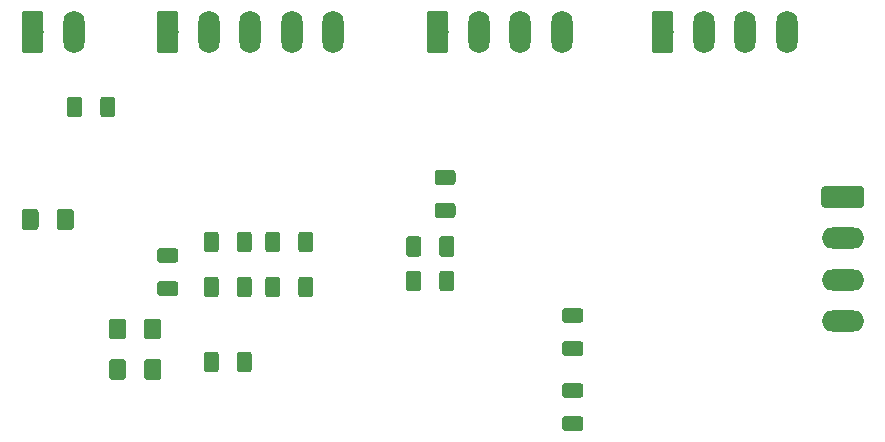
<source format=gbr>
G04 #@! TF.GenerationSoftware,KiCad,Pcbnew,5.1.4-e60b266~84~ubuntu18.04.1*
G04 #@! TF.CreationDate,2019-10-02T13:36:21-06:00*
G04 #@! TF.ProjectId,Star Tracker,53746172-2054-4726-9163-6b65722e6b69,rev?*
G04 #@! TF.SameCoordinates,Original*
G04 #@! TF.FileFunction,Soldermask,Bot*
G04 #@! TF.FilePolarity,Negative*
%FSLAX46Y46*%
G04 Gerber Fmt 4.6, Leading zero omitted, Abs format (unit mm)*
G04 Created by KiCad (PCBNEW 5.1.4-e60b266~84~ubuntu18.04.1) date 2019-10-02 13:36:21*
%MOMM*%
%LPD*%
G04 APERTURE LIST*
%ADD10C,0.100000*%
%ADD11C,1.250000*%
%ADD12C,1.800000*%
%ADD13O,1.800000X3.600000*%
%ADD14O,3.600000X1.800000*%
%ADD15C,1.425000*%
G04 APERTURE END LIST*
D10*
G36*
X143401504Y-77358204D02*
G01*
X143425773Y-77361804D01*
X143449571Y-77367765D01*
X143472671Y-77376030D01*
X143494849Y-77386520D01*
X143515893Y-77399133D01*
X143535598Y-77413747D01*
X143553777Y-77430223D01*
X143570253Y-77448402D01*
X143584867Y-77468107D01*
X143597480Y-77489151D01*
X143607970Y-77511329D01*
X143616235Y-77534429D01*
X143622196Y-77558227D01*
X143625796Y-77582496D01*
X143627000Y-77607000D01*
X143627000Y-78857000D01*
X143625796Y-78881504D01*
X143622196Y-78905773D01*
X143616235Y-78929571D01*
X143607970Y-78952671D01*
X143597480Y-78974849D01*
X143584867Y-78995893D01*
X143570253Y-79015598D01*
X143553777Y-79033777D01*
X143535598Y-79050253D01*
X143515893Y-79064867D01*
X143494849Y-79077480D01*
X143472671Y-79087970D01*
X143449571Y-79096235D01*
X143425773Y-79102196D01*
X143401504Y-79105796D01*
X143377000Y-79107000D01*
X142627000Y-79107000D01*
X142602496Y-79105796D01*
X142578227Y-79102196D01*
X142554429Y-79096235D01*
X142531329Y-79087970D01*
X142509151Y-79077480D01*
X142488107Y-79064867D01*
X142468402Y-79050253D01*
X142450223Y-79033777D01*
X142433747Y-79015598D01*
X142419133Y-78995893D01*
X142406520Y-78974849D01*
X142396030Y-78952671D01*
X142387765Y-78929571D01*
X142381804Y-78905773D01*
X142378204Y-78881504D01*
X142377000Y-78857000D01*
X142377000Y-77607000D01*
X142378204Y-77582496D01*
X142381804Y-77558227D01*
X142387765Y-77534429D01*
X142396030Y-77511329D01*
X142406520Y-77489151D01*
X142419133Y-77468107D01*
X142433747Y-77448402D01*
X142450223Y-77430223D01*
X142468402Y-77413747D01*
X142488107Y-77399133D01*
X142509151Y-77386520D01*
X142531329Y-77376030D01*
X142554429Y-77367765D01*
X142578227Y-77361804D01*
X142602496Y-77358204D01*
X142627000Y-77357000D01*
X143377000Y-77357000D01*
X143401504Y-77358204D01*
X143401504Y-77358204D01*
G37*
D11*
X143002000Y-78232000D03*
D10*
G36*
X140601504Y-77358204D02*
G01*
X140625773Y-77361804D01*
X140649571Y-77367765D01*
X140672671Y-77376030D01*
X140694849Y-77386520D01*
X140715893Y-77399133D01*
X140735598Y-77413747D01*
X140753777Y-77430223D01*
X140770253Y-77448402D01*
X140784867Y-77468107D01*
X140797480Y-77489151D01*
X140807970Y-77511329D01*
X140816235Y-77534429D01*
X140822196Y-77558227D01*
X140825796Y-77582496D01*
X140827000Y-77607000D01*
X140827000Y-78857000D01*
X140825796Y-78881504D01*
X140822196Y-78905773D01*
X140816235Y-78929571D01*
X140807970Y-78952671D01*
X140797480Y-78974849D01*
X140784867Y-78995893D01*
X140770253Y-79015598D01*
X140753777Y-79033777D01*
X140735598Y-79050253D01*
X140715893Y-79064867D01*
X140694849Y-79077480D01*
X140672671Y-79087970D01*
X140649571Y-79096235D01*
X140625773Y-79102196D01*
X140601504Y-79105796D01*
X140577000Y-79107000D01*
X139827000Y-79107000D01*
X139802496Y-79105796D01*
X139778227Y-79102196D01*
X139754429Y-79096235D01*
X139731329Y-79087970D01*
X139709151Y-79077480D01*
X139688107Y-79064867D01*
X139668402Y-79050253D01*
X139650223Y-79033777D01*
X139633747Y-79015598D01*
X139619133Y-78995893D01*
X139606520Y-78974849D01*
X139596030Y-78952671D01*
X139587765Y-78929571D01*
X139581804Y-78905773D01*
X139578204Y-78881504D01*
X139577000Y-78857000D01*
X139577000Y-77607000D01*
X139578204Y-77582496D01*
X139581804Y-77558227D01*
X139587765Y-77534429D01*
X139596030Y-77511329D01*
X139606520Y-77489151D01*
X139619133Y-77468107D01*
X139633747Y-77448402D01*
X139650223Y-77430223D01*
X139668402Y-77413747D01*
X139688107Y-77399133D01*
X139709151Y-77386520D01*
X139731329Y-77376030D01*
X139754429Y-77367765D01*
X139778227Y-77361804D01*
X139802496Y-77358204D01*
X139827000Y-77357000D01*
X140577000Y-77357000D01*
X140601504Y-77358204D01*
X140601504Y-77358204D01*
G37*
D11*
X140202000Y-78232000D03*
D10*
G36*
X128669504Y-77866204D02*
G01*
X128693773Y-77869804D01*
X128717571Y-77875765D01*
X128740671Y-77884030D01*
X128762849Y-77894520D01*
X128783893Y-77907133D01*
X128803598Y-77921747D01*
X128821777Y-77938223D01*
X128838253Y-77956402D01*
X128852867Y-77976107D01*
X128865480Y-77997151D01*
X128875970Y-78019329D01*
X128884235Y-78042429D01*
X128890196Y-78066227D01*
X128893796Y-78090496D01*
X128895000Y-78115000D01*
X128895000Y-79365000D01*
X128893796Y-79389504D01*
X128890196Y-79413773D01*
X128884235Y-79437571D01*
X128875970Y-79460671D01*
X128865480Y-79482849D01*
X128852867Y-79503893D01*
X128838253Y-79523598D01*
X128821777Y-79541777D01*
X128803598Y-79558253D01*
X128783893Y-79572867D01*
X128762849Y-79585480D01*
X128740671Y-79595970D01*
X128717571Y-79604235D01*
X128693773Y-79610196D01*
X128669504Y-79613796D01*
X128645000Y-79615000D01*
X127895000Y-79615000D01*
X127870496Y-79613796D01*
X127846227Y-79610196D01*
X127822429Y-79604235D01*
X127799329Y-79595970D01*
X127777151Y-79585480D01*
X127756107Y-79572867D01*
X127736402Y-79558253D01*
X127718223Y-79541777D01*
X127701747Y-79523598D01*
X127687133Y-79503893D01*
X127674520Y-79482849D01*
X127664030Y-79460671D01*
X127655765Y-79437571D01*
X127649804Y-79413773D01*
X127646204Y-79389504D01*
X127645000Y-79365000D01*
X127645000Y-78115000D01*
X127646204Y-78090496D01*
X127649804Y-78066227D01*
X127655765Y-78042429D01*
X127664030Y-78019329D01*
X127674520Y-77997151D01*
X127687133Y-77976107D01*
X127701747Y-77956402D01*
X127718223Y-77938223D01*
X127736402Y-77921747D01*
X127756107Y-77907133D01*
X127777151Y-77894520D01*
X127799329Y-77884030D01*
X127822429Y-77875765D01*
X127846227Y-77869804D01*
X127870496Y-77866204D01*
X127895000Y-77865000D01*
X128645000Y-77865000D01*
X128669504Y-77866204D01*
X128669504Y-77866204D01*
G37*
D11*
X128270000Y-78740000D03*
D10*
G36*
X131469504Y-77866204D02*
G01*
X131493773Y-77869804D01*
X131517571Y-77875765D01*
X131540671Y-77884030D01*
X131562849Y-77894520D01*
X131583893Y-77907133D01*
X131603598Y-77921747D01*
X131621777Y-77938223D01*
X131638253Y-77956402D01*
X131652867Y-77976107D01*
X131665480Y-77997151D01*
X131675970Y-78019329D01*
X131684235Y-78042429D01*
X131690196Y-78066227D01*
X131693796Y-78090496D01*
X131695000Y-78115000D01*
X131695000Y-79365000D01*
X131693796Y-79389504D01*
X131690196Y-79413773D01*
X131684235Y-79437571D01*
X131675970Y-79460671D01*
X131665480Y-79482849D01*
X131652867Y-79503893D01*
X131638253Y-79523598D01*
X131621777Y-79541777D01*
X131603598Y-79558253D01*
X131583893Y-79572867D01*
X131562849Y-79585480D01*
X131540671Y-79595970D01*
X131517571Y-79604235D01*
X131493773Y-79610196D01*
X131469504Y-79613796D01*
X131445000Y-79615000D01*
X130695000Y-79615000D01*
X130670496Y-79613796D01*
X130646227Y-79610196D01*
X130622429Y-79604235D01*
X130599329Y-79595970D01*
X130577151Y-79585480D01*
X130556107Y-79572867D01*
X130536402Y-79558253D01*
X130518223Y-79541777D01*
X130501747Y-79523598D01*
X130487133Y-79503893D01*
X130474520Y-79482849D01*
X130464030Y-79460671D01*
X130455765Y-79437571D01*
X130449804Y-79413773D01*
X130446204Y-79389504D01*
X130445000Y-79365000D01*
X130445000Y-78115000D01*
X130446204Y-78090496D01*
X130449804Y-78066227D01*
X130455765Y-78042429D01*
X130464030Y-78019329D01*
X130474520Y-77997151D01*
X130487133Y-77976107D01*
X130501747Y-77956402D01*
X130518223Y-77938223D01*
X130536402Y-77921747D01*
X130556107Y-77907133D01*
X130577151Y-77894520D01*
X130599329Y-77884030D01*
X130622429Y-77875765D01*
X130646227Y-77869804D01*
X130670496Y-77866204D01*
X130695000Y-77865000D01*
X131445000Y-77865000D01*
X131469504Y-77866204D01*
X131469504Y-77866204D01*
G37*
D11*
X131070000Y-78740000D03*
D10*
G36*
X123459504Y-77866204D02*
G01*
X123483773Y-77869804D01*
X123507571Y-77875765D01*
X123530671Y-77884030D01*
X123552849Y-77894520D01*
X123573893Y-77907133D01*
X123593598Y-77921747D01*
X123611777Y-77938223D01*
X123628253Y-77956402D01*
X123642867Y-77976107D01*
X123655480Y-77997151D01*
X123665970Y-78019329D01*
X123674235Y-78042429D01*
X123680196Y-78066227D01*
X123683796Y-78090496D01*
X123685000Y-78115000D01*
X123685000Y-79365000D01*
X123683796Y-79389504D01*
X123680196Y-79413773D01*
X123674235Y-79437571D01*
X123665970Y-79460671D01*
X123655480Y-79482849D01*
X123642867Y-79503893D01*
X123628253Y-79523598D01*
X123611777Y-79541777D01*
X123593598Y-79558253D01*
X123573893Y-79572867D01*
X123552849Y-79585480D01*
X123530671Y-79595970D01*
X123507571Y-79604235D01*
X123483773Y-79610196D01*
X123459504Y-79613796D01*
X123435000Y-79615000D01*
X122685000Y-79615000D01*
X122660496Y-79613796D01*
X122636227Y-79610196D01*
X122612429Y-79604235D01*
X122589329Y-79595970D01*
X122567151Y-79585480D01*
X122546107Y-79572867D01*
X122526402Y-79558253D01*
X122508223Y-79541777D01*
X122491747Y-79523598D01*
X122477133Y-79503893D01*
X122464520Y-79482849D01*
X122454030Y-79460671D01*
X122445765Y-79437571D01*
X122439804Y-79413773D01*
X122436204Y-79389504D01*
X122435000Y-79365000D01*
X122435000Y-78115000D01*
X122436204Y-78090496D01*
X122439804Y-78066227D01*
X122445765Y-78042429D01*
X122454030Y-78019329D01*
X122464520Y-77997151D01*
X122477133Y-77976107D01*
X122491747Y-77956402D01*
X122508223Y-77938223D01*
X122526402Y-77921747D01*
X122546107Y-77907133D01*
X122567151Y-77894520D01*
X122589329Y-77884030D01*
X122612429Y-77875765D01*
X122636227Y-77869804D01*
X122660496Y-77866204D01*
X122685000Y-77865000D01*
X123435000Y-77865000D01*
X123459504Y-77866204D01*
X123459504Y-77866204D01*
G37*
D11*
X123060000Y-78740000D03*
D10*
G36*
X126259504Y-77866204D02*
G01*
X126283773Y-77869804D01*
X126307571Y-77875765D01*
X126330671Y-77884030D01*
X126352849Y-77894520D01*
X126373893Y-77907133D01*
X126393598Y-77921747D01*
X126411777Y-77938223D01*
X126428253Y-77956402D01*
X126442867Y-77976107D01*
X126455480Y-77997151D01*
X126465970Y-78019329D01*
X126474235Y-78042429D01*
X126480196Y-78066227D01*
X126483796Y-78090496D01*
X126485000Y-78115000D01*
X126485000Y-79365000D01*
X126483796Y-79389504D01*
X126480196Y-79413773D01*
X126474235Y-79437571D01*
X126465970Y-79460671D01*
X126455480Y-79482849D01*
X126442867Y-79503893D01*
X126428253Y-79523598D01*
X126411777Y-79541777D01*
X126393598Y-79558253D01*
X126373893Y-79572867D01*
X126352849Y-79585480D01*
X126330671Y-79595970D01*
X126307571Y-79604235D01*
X126283773Y-79610196D01*
X126259504Y-79613796D01*
X126235000Y-79615000D01*
X125485000Y-79615000D01*
X125460496Y-79613796D01*
X125436227Y-79610196D01*
X125412429Y-79604235D01*
X125389329Y-79595970D01*
X125367151Y-79585480D01*
X125346107Y-79572867D01*
X125326402Y-79558253D01*
X125308223Y-79541777D01*
X125291747Y-79523598D01*
X125277133Y-79503893D01*
X125264520Y-79482849D01*
X125254030Y-79460671D01*
X125245765Y-79437571D01*
X125239804Y-79413773D01*
X125236204Y-79389504D01*
X125235000Y-79365000D01*
X125235000Y-78115000D01*
X125236204Y-78090496D01*
X125239804Y-78066227D01*
X125245765Y-78042429D01*
X125254030Y-78019329D01*
X125264520Y-77997151D01*
X125277133Y-77976107D01*
X125291747Y-77956402D01*
X125308223Y-77938223D01*
X125326402Y-77921747D01*
X125346107Y-77907133D01*
X125367151Y-77894520D01*
X125389329Y-77884030D01*
X125412429Y-77875765D01*
X125436227Y-77869804D01*
X125460496Y-77866204D01*
X125485000Y-77865000D01*
X126235000Y-77865000D01*
X126259504Y-77866204D01*
X126259504Y-77866204D01*
G37*
D11*
X125860000Y-78740000D03*
D10*
G36*
X123459504Y-84216204D02*
G01*
X123483773Y-84219804D01*
X123507571Y-84225765D01*
X123530671Y-84234030D01*
X123552849Y-84244520D01*
X123573893Y-84257133D01*
X123593598Y-84271747D01*
X123611777Y-84288223D01*
X123628253Y-84306402D01*
X123642867Y-84326107D01*
X123655480Y-84347151D01*
X123665970Y-84369329D01*
X123674235Y-84392429D01*
X123680196Y-84416227D01*
X123683796Y-84440496D01*
X123685000Y-84465000D01*
X123685000Y-85715000D01*
X123683796Y-85739504D01*
X123680196Y-85763773D01*
X123674235Y-85787571D01*
X123665970Y-85810671D01*
X123655480Y-85832849D01*
X123642867Y-85853893D01*
X123628253Y-85873598D01*
X123611777Y-85891777D01*
X123593598Y-85908253D01*
X123573893Y-85922867D01*
X123552849Y-85935480D01*
X123530671Y-85945970D01*
X123507571Y-85954235D01*
X123483773Y-85960196D01*
X123459504Y-85963796D01*
X123435000Y-85965000D01*
X122685000Y-85965000D01*
X122660496Y-85963796D01*
X122636227Y-85960196D01*
X122612429Y-85954235D01*
X122589329Y-85945970D01*
X122567151Y-85935480D01*
X122546107Y-85922867D01*
X122526402Y-85908253D01*
X122508223Y-85891777D01*
X122491747Y-85873598D01*
X122477133Y-85853893D01*
X122464520Y-85832849D01*
X122454030Y-85810671D01*
X122445765Y-85787571D01*
X122439804Y-85763773D01*
X122436204Y-85739504D01*
X122435000Y-85715000D01*
X122435000Y-84465000D01*
X122436204Y-84440496D01*
X122439804Y-84416227D01*
X122445765Y-84392429D01*
X122454030Y-84369329D01*
X122464520Y-84347151D01*
X122477133Y-84326107D01*
X122491747Y-84306402D01*
X122508223Y-84288223D01*
X122526402Y-84271747D01*
X122546107Y-84257133D01*
X122567151Y-84244520D01*
X122589329Y-84234030D01*
X122612429Y-84225765D01*
X122636227Y-84219804D01*
X122660496Y-84216204D01*
X122685000Y-84215000D01*
X123435000Y-84215000D01*
X123459504Y-84216204D01*
X123459504Y-84216204D01*
G37*
D11*
X123060000Y-85090000D03*
D10*
G36*
X126259504Y-84216204D02*
G01*
X126283773Y-84219804D01*
X126307571Y-84225765D01*
X126330671Y-84234030D01*
X126352849Y-84244520D01*
X126373893Y-84257133D01*
X126393598Y-84271747D01*
X126411777Y-84288223D01*
X126428253Y-84306402D01*
X126442867Y-84326107D01*
X126455480Y-84347151D01*
X126465970Y-84369329D01*
X126474235Y-84392429D01*
X126480196Y-84416227D01*
X126483796Y-84440496D01*
X126485000Y-84465000D01*
X126485000Y-85715000D01*
X126483796Y-85739504D01*
X126480196Y-85763773D01*
X126474235Y-85787571D01*
X126465970Y-85810671D01*
X126455480Y-85832849D01*
X126442867Y-85853893D01*
X126428253Y-85873598D01*
X126411777Y-85891777D01*
X126393598Y-85908253D01*
X126373893Y-85922867D01*
X126352849Y-85935480D01*
X126330671Y-85945970D01*
X126307571Y-85954235D01*
X126283773Y-85960196D01*
X126259504Y-85963796D01*
X126235000Y-85965000D01*
X125485000Y-85965000D01*
X125460496Y-85963796D01*
X125436227Y-85960196D01*
X125412429Y-85954235D01*
X125389329Y-85945970D01*
X125367151Y-85935480D01*
X125346107Y-85922867D01*
X125326402Y-85908253D01*
X125308223Y-85891777D01*
X125291747Y-85873598D01*
X125277133Y-85853893D01*
X125264520Y-85832849D01*
X125254030Y-85810671D01*
X125245765Y-85787571D01*
X125239804Y-85763773D01*
X125236204Y-85739504D01*
X125235000Y-85715000D01*
X125235000Y-84465000D01*
X125236204Y-84440496D01*
X125239804Y-84416227D01*
X125245765Y-84392429D01*
X125254030Y-84369329D01*
X125264520Y-84347151D01*
X125277133Y-84326107D01*
X125291747Y-84306402D01*
X125308223Y-84288223D01*
X125326402Y-84271747D01*
X125346107Y-84257133D01*
X125367151Y-84244520D01*
X125389329Y-84234030D01*
X125412429Y-84225765D01*
X125436227Y-84219804D01*
X125460496Y-84216204D01*
X125485000Y-84215000D01*
X126235000Y-84215000D01*
X126259504Y-84216204D01*
X126259504Y-84216204D01*
G37*
D11*
X125860000Y-85090000D03*
D10*
G36*
X123459504Y-74056204D02*
G01*
X123483773Y-74059804D01*
X123507571Y-74065765D01*
X123530671Y-74074030D01*
X123552849Y-74084520D01*
X123573893Y-74097133D01*
X123593598Y-74111747D01*
X123611777Y-74128223D01*
X123628253Y-74146402D01*
X123642867Y-74166107D01*
X123655480Y-74187151D01*
X123665970Y-74209329D01*
X123674235Y-74232429D01*
X123680196Y-74256227D01*
X123683796Y-74280496D01*
X123685000Y-74305000D01*
X123685000Y-75555000D01*
X123683796Y-75579504D01*
X123680196Y-75603773D01*
X123674235Y-75627571D01*
X123665970Y-75650671D01*
X123655480Y-75672849D01*
X123642867Y-75693893D01*
X123628253Y-75713598D01*
X123611777Y-75731777D01*
X123593598Y-75748253D01*
X123573893Y-75762867D01*
X123552849Y-75775480D01*
X123530671Y-75785970D01*
X123507571Y-75794235D01*
X123483773Y-75800196D01*
X123459504Y-75803796D01*
X123435000Y-75805000D01*
X122685000Y-75805000D01*
X122660496Y-75803796D01*
X122636227Y-75800196D01*
X122612429Y-75794235D01*
X122589329Y-75785970D01*
X122567151Y-75775480D01*
X122546107Y-75762867D01*
X122526402Y-75748253D01*
X122508223Y-75731777D01*
X122491747Y-75713598D01*
X122477133Y-75693893D01*
X122464520Y-75672849D01*
X122454030Y-75650671D01*
X122445765Y-75627571D01*
X122439804Y-75603773D01*
X122436204Y-75579504D01*
X122435000Y-75555000D01*
X122435000Y-74305000D01*
X122436204Y-74280496D01*
X122439804Y-74256227D01*
X122445765Y-74232429D01*
X122454030Y-74209329D01*
X122464520Y-74187151D01*
X122477133Y-74166107D01*
X122491747Y-74146402D01*
X122508223Y-74128223D01*
X122526402Y-74111747D01*
X122546107Y-74097133D01*
X122567151Y-74084520D01*
X122589329Y-74074030D01*
X122612429Y-74065765D01*
X122636227Y-74059804D01*
X122660496Y-74056204D01*
X122685000Y-74055000D01*
X123435000Y-74055000D01*
X123459504Y-74056204D01*
X123459504Y-74056204D01*
G37*
D11*
X123060000Y-74930000D03*
D10*
G36*
X126259504Y-74056204D02*
G01*
X126283773Y-74059804D01*
X126307571Y-74065765D01*
X126330671Y-74074030D01*
X126352849Y-74084520D01*
X126373893Y-74097133D01*
X126393598Y-74111747D01*
X126411777Y-74128223D01*
X126428253Y-74146402D01*
X126442867Y-74166107D01*
X126455480Y-74187151D01*
X126465970Y-74209329D01*
X126474235Y-74232429D01*
X126480196Y-74256227D01*
X126483796Y-74280496D01*
X126485000Y-74305000D01*
X126485000Y-75555000D01*
X126483796Y-75579504D01*
X126480196Y-75603773D01*
X126474235Y-75627571D01*
X126465970Y-75650671D01*
X126455480Y-75672849D01*
X126442867Y-75693893D01*
X126428253Y-75713598D01*
X126411777Y-75731777D01*
X126393598Y-75748253D01*
X126373893Y-75762867D01*
X126352849Y-75775480D01*
X126330671Y-75785970D01*
X126307571Y-75794235D01*
X126283773Y-75800196D01*
X126259504Y-75803796D01*
X126235000Y-75805000D01*
X125485000Y-75805000D01*
X125460496Y-75803796D01*
X125436227Y-75800196D01*
X125412429Y-75794235D01*
X125389329Y-75785970D01*
X125367151Y-75775480D01*
X125346107Y-75762867D01*
X125326402Y-75748253D01*
X125308223Y-75731777D01*
X125291747Y-75713598D01*
X125277133Y-75693893D01*
X125264520Y-75672849D01*
X125254030Y-75650671D01*
X125245765Y-75627571D01*
X125239804Y-75603773D01*
X125236204Y-75579504D01*
X125235000Y-75555000D01*
X125235000Y-74305000D01*
X125236204Y-74280496D01*
X125239804Y-74256227D01*
X125245765Y-74232429D01*
X125254030Y-74209329D01*
X125264520Y-74187151D01*
X125277133Y-74166107D01*
X125291747Y-74146402D01*
X125308223Y-74128223D01*
X125326402Y-74111747D01*
X125346107Y-74097133D01*
X125367151Y-74084520D01*
X125389329Y-74074030D01*
X125412429Y-74065765D01*
X125436227Y-74059804D01*
X125460496Y-74056204D01*
X125485000Y-74055000D01*
X126235000Y-74055000D01*
X126259504Y-74056204D01*
X126259504Y-74056204D01*
G37*
D11*
X125860000Y-74930000D03*
D10*
G36*
X128669504Y-74056204D02*
G01*
X128693773Y-74059804D01*
X128717571Y-74065765D01*
X128740671Y-74074030D01*
X128762849Y-74084520D01*
X128783893Y-74097133D01*
X128803598Y-74111747D01*
X128821777Y-74128223D01*
X128838253Y-74146402D01*
X128852867Y-74166107D01*
X128865480Y-74187151D01*
X128875970Y-74209329D01*
X128884235Y-74232429D01*
X128890196Y-74256227D01*
X128893796Y-74280496D01*
X128895000Y-74305000D01*
X128895000Y-75555000D01*
X128893796Y-75579504D01*
X128890196Y-75603773D01*
X128884235Y-75627571D01*
X128875970Y-75650671D01*
X128865480Y-75672849D01*
X128852867Y-75693893D01*
X128838253Y-75713598D01*
X128821777Y-75731777D01*
X128803598Y-75748253D01*
X128783893Y-75762867D01*
X128762849Y-75775480D01*
X128740671Y-75785970D01*
X128717571Y-75794235D01*
X128693773Y-75800196D01*
X128669504Y-75803796D01*
X128645000Y-75805000D01*
X127895000Y-75805000D01*
X127870496Y-75803796D01*
X127846227Y-75800196D01*
X127822429Y-75794235D01*
X127799329Y-75785970D01*
X127777151Y-75775480D01*
X127756107Y-75762867D01*
X127736402Y-75748253D01*
X127718223Y-75731777D01*
X127701747Y-75713598D01*
X127687133Y-75693893D01*
X127674520Y-75672849D01*
X127664030Y-75650671D01*
X127655765Y-75627571D01*
X127649804Y-75603773D01*
X127646204Y-75579504D01*
X127645000Y-75555000D01*
X127645000Y-74305000D01*
X127646204Y-74280496D01*
X127649804Y-74256227D01*
X127655765Y-74232429D01*
X127664030Y-74209329D01*
X127674520Y-74187151D01*
X127687133Y-74166107D01*
X127701747Y-74146402D01*
X127718223Y-74128223D01*
X127736402Y-74111747D01*
X127756107Y-74097133D01*
X127777151Y-74084520D01*
X127799329Y-74074030D01*
X127822429Y-74065765D01*
X127846227Y-74059804D01*
X127870496Y-74056204D01*
X127895000Y-74055000D01*
X128645000Y-74055000D01*
X128669504Y-74056204D01*
X128669504Y-74056204D01*
G37*
D11*
X128270000Y-74930000D03*
D10*
G36*
X131469504Y-74056204D02*
G01*
X131493773Y-74059804D01*
X131517571Y-74065765D01*
X131540671Y-74074030D01*
X131562849Y-74084520D01*
X131583893Y-74097133D01*
X131603598Y-74111747D01*
X131621777Y-74128223D01*
X131638253Y-74146402D01*
X131652867Y-74166107D01*
X131665480Y-74187151D01*
X131675970Y-74209329D01*
X131684235Y-74232429D01*
X131690196Y-74256227D01*
X131693796Y-74280496D01*
X131695000Y-74305000D01*
X131695000Y-75555000D01*
X131693796Y-75579504D01*
X131690196Y-75603773D01*
X131684235Y-75627571D01*
X131675970Y-75650671D01*
X131665480Y-75672849D01*
X131652867Y-75693893D01*
X131638253Y-75713598D01*
X131621777Y-75731777D01*
X131603598Y-75748253D01*
X131583893Y-75762867D01*
X131562849Y-75775480D01*
X131540671Y-75785970D01*
X131517571Y-75794235D01*
X131493773Y-75800196D01*
X131469504Y-75803796D01*
X131445000Y-75805000D01*
X130695000Y-75805000D01*
X130670496Y-75803796D01*
X130646227Y-75800196D01*
X130622429Y-75794235D01*
X130599329Y-75785970D01*
X130577151Y-75775480D01*
X130556107Y-75762867D01*
X130536402Y-75748253D01*
X130518223Y-75731777D01*
X130501747Y-75713598D01*
X130487133Y-75693893D01*
X130474520Y-75672849D01*
X130464030Y-75650671D01*
X130455765Y-75627571D01*
X130449804Y-75603773D01*
X130446204Y-75579504D01*
X130445000Y-75555000D01*
X130445000Y-74305000D01*
X130446204Y-74280496D01*
X130449804Y-74256227D01*
X130455765Y-74232429D01*
X130464030Y-74209329D01*
X130474520Y-74187151D01*
X130487133Y-74166107D01*
X130501747Y-74146402D01*
X130518223Y-74128223D01*
X130536402Y-74111747D01*
X130556107Y-74097133D01*
X130577151Y-74084520D01*
X130599329Y-74074030D01*
X130622429Y-74065765D01*
X130646227Y-74059804D01*
X130670496Y-74056204D01*
X130695000Y-74055000D01*
X131445000Y-74055000D01*
X131469504Y-74056204D01*
X131469504Y-74056204D01*
G37*
D11*
X131070000Y-74930000D03*
D10*
G36*
X143524504Y-68842204D02*
G01*
X143548773Y-68845804D01*
X143572571Y-68851765D01*
X143595671Y-68860030D01*
X143617849Y-68870520D01*
X143638893Y-68883133D01*
X143658598Y-68897747D01*
X143676777Y-68914223D01*
X143693253Y-68932402D01*
X143707867Y-68952107D01*
X143720480Y-68973151D01*
X143730970Y-68995329D01*
X143739235Y-69018429D01*
X143745196Y-69042227D01*
X143748796Y-69066496D01*
X143750000Y-69091000D01*
X143750000Y-69841000D01*
X143748796Y-69865504D01*
X143745196Y-69889773D01*
X143739235Y-69913571D01*
X143730970Y-69936671D01*
X143720480Y-69958849D01*
X143707867Y-69979893D01*
X143693253Y-69999598D01*
X143676777Y-70017777D01*
X143658598Y-70034253D01*
X143638893Y-70048867D01*
X143617849Y-70061480D01*
X143595671Y-70071970D01*
X143572571Y-70080235D01*
X143548773Y-70086196D01*
X143524504Y-70089796D01*
X143500000Y-70091000D01*
X142250000Y-70091000D01*
X142225496Y-70089796D01*
X142201227Y-70086196D01*
X142177429Y-70080235D01*
X142154329Y-70071970D01*
X142132151Y-70061480D01*
X142111107Y-70048867D01*
X142091402Y-70034253D01*
X142073223Y-70017777D01*
X142056747Y-69999598D01*
X142042133Y-69979893D01*
X142029520Y-69958849D01*
X142019030Y-69936671D01*
X142010765Y-69913571D01*
X142004804Y-69889773D01*
X142001204Y-69865504D01*
X142000000Y-69841000D01*
X142000000Y-69091000D01*
X142001204Y-69066496D01*
X142004804Y-69042227D01*
X142010765Y-69018429D01*
X142019030Y-68995329D01*
X142029520Y-68973151D01*
X142042133Y-68952107D01*
X142056747Y-68932402D01*
X142073223Y-68914223D01*
X142091402Y-68897747D01*
X142111107Y-68883133D01*
X142132151Y-68870520D01*
X142154329Y-68860030D01*
X142177429Y-68851765D01*
X142201227Y-68845804D01*
X142225496Y-68842204D01*
X142250000Y-68841000D01*
X143500000Y-68841000D01*
X143524504Y-68842204D01*
X143524504Y-68842204D01*
G37*
D11*
X142875000Y-69466000D03*
D10*
G36*
X143524504Y-71642204D02*
G01*
X143548773Y-71645804D01*
X143572571Y-71651765D01*
X143595671Y-71660030D01*
X143617849Y-71670520D01*
X143638893Y-71683133D01*
X143658598Y-71697747D01*
X143676777Y-71714223D01*
X143693253Y-71732402D01*
X143707867Y-71752107D01*
X143720480Y-71773151D01*
X143730970Y-71795329D01*
X143739235Y-71818429D01*
X143745196Y-71842227D01*
X143748796Y-71866496D01*
X143750000Y-71891000D01*
X143750000Y-72641000D01*
X143748796Y-72665504D01*
X143745196Y-72689773D01*
X143739235Y-72713571D01*
X143730970Y-72736671D01*
X143720480Y-72758849D01*
X143707867Y-72779893D01*
X143693253Y-72799598D01*
X143676777Y-72817777D01*
X143658598Y-72834253D01*
X143638893Y-72848867D01*
X143617849Y-72861480D01*
X143595671Y-72871970D01*
X143572571Y-72880235D01*
X143548773Y-72886196D01*
X143524504Y-72889796D01*
X143500000Y-72891000D01*
X142250000Y-72891000D01*
X142225496Y-72889796D01*
X142201227Y-72886196D01*
X142177429Y-72880235D01*
X142154329Y-72871970D01*
X142132151Y-72861480D01*
X142111107Y-72848867D01*
X142091402Y-72834253D01*
X142073223Y-72817777D01*
X142056747Y-72799598D01*
X142042133Y-72779893D01*
X142029520Y-72758849D01*
X142019030Y-72736671D01*
X142010765Y-72713571D01*
X142004804Y-72689773D01*
X142001204Y-72665504D01*
X142000000Y-72641000D01*
X142000000Y-71891000D01*
X142001204Y-71866496D01*
X142004804Y-71842227D01*
X142010765Y-71818429D01*
X142019030Y-71795329D01*
X142029520Y-71773151D01*
X142042133Y-71752107D01*
X142056747Y-71732402D01*
X142073223Y-71714223D01*
X142091402Y-71697747D01*
X142111107Y-71683133D01*
X142132151Y-71670520D01*
X142154329Y-71660030D01*
X142177429Y-71651765D01*
X142201227Y-71645804D01*
X142225496Y-71642204D01*
X142250000Y-71641000D01*
X143500000Y-71641000D01*
X143524504Y-71642204D01*
X143524504Y-71642204D01*
G37*
D11*
X142875000Y-72266000D03*
D10*
G36*
X154319504Y-83326204D02*
G01*
X154343773Y-83329804D01*
X154367571Y-83335765D01*
X154390671Y-83344030D01*
X154412849Y-83354520D01*
X154433893Y-83367133D01*
X154453598Y-83381747D01*
X154471777Y-83398223D01*
X154488253Y-83416402D01*
X154502867Y-83436107D01*
X154515480Y-83457151D01*
X154525970Y-83479329D01*
X154534235Y-83502429D01*
X154540196Y-83526227D01*
X154543796Y-83550496D01*
X154545000Y-83575000D01*
X154545000Y-84325000D01*
X154543796Y-84349504D01*
X154540196Y-84373773D01*
X154534235Y-84397571D01*
X154525970Y-84420671D01*
X154515480Y-84442849D01*
X154502867Y-84463893D01*
X154488253Y-84483598D01*
X154471777Y-84501777D01*
X154453598Y-84518253D01*
X154433893Y-84532867D01*
X154412849Y-84545480D01*
X154390671Y-84555970D01*
X154367571Y-84564235D01*
X154343773Y-84570196D01*
X154319504Y-84573796D01*
X154295000Y-84575000D01*
X153045000Y-84575000D01*
X153020496Y-84573796D01*
X152996227Y-84570196D01*
X152972429Y-84564235D01*
X152949329Y-84555970D01*
X152927151Y-84545480D01*
X152906107Y-84532867D01*
X152886402Y-84518253D01*
X152868223Y-84501777D01*
X152851747Y-84483598D01*
X152837133Y-84463893D01*
X152824520Y-84442849D01*
X152814030Y-84420671D01*
X152805765Y-84397571D01*
X152799804Y-84373773D01*
X152796204Y-84349504D01*
X152795000Y-84325000D01*
X152795000Y-83575000D01*
X152796204Y-83550496D01*
X152799804Y-83526227D01*
X152805765Y-83502429D01*
X152814030Y-83479329D01*
X152824520Y-83457151D01*
X152837133Y-83436107D01*
X152851747Y-83416402D01*
X152868223Y-83398223D01*
X152886402Y-83381747D01*
X152906107Y-83367133D01*
X152927151Y-83354520D01*
X152949329Y-83344030D01*
X152972429Y-83335765D01*
X152996227Y-83329804D01*
X153020496Y-83326204D01*
X153045000Y-83325000D01*
X154295000Y-83325000D01*
X154319504Y-83326204D01*
X154319504Y-83326204D01*
G37*
D11*
X153670000Y-83950000D03*
D10*
G36*
X154319504Y-80526204D02*
G01*
X154343773Y-80529804D01*
X154367571Y-80535765D01*
X154390671Y-80544030D01*
X154412849Y-80554520D01*
X154433893Y-80567133D01*
X154453598Y-80581747D01*
X154471777Y-80598223D01*
X154488253Y-80616402D01*
X154502867Y-80636107D01*
X154515480Y-80657151D01*
X154525970Y-80679329D01*
X154534235Y-80702429D01*
X154540196Y-80726227D01*
X154543796Y-80750496D01*
X154545000Y-80775000D01*
X154545000Y-81525000D01*
X154543796Y-81549504D01*
X154540196Y-81573773D01*
X154534235Y-81597571D01*
X154525970Y-81620671D01*
X154515480Y-81642849D01*
X154502867Y-81663893D01*
X154488253Y-81683598D01*
X154471777Y-81701777D01*
X154453598Y-81718253D01*
X154433893Y-81732867D01*
X154412849Y-81745480D01*
X154390671Y-81755970D01*
X154367571Y-81764235D01*
X154343773Y-81770196D01*
X154319504Y-81773796D01*
X154295000Y-81775000D01*
X153045000Y-81775000D01*
X153020496Y-81773796D01*
X152996227Y-81770196D01*
X152972429Y-81764235D01*
X152949329Y-81755970D01*
X152927151Y-81745480D01*
X152906107Y-81732867D01*
X152886402Y-81718253D01*
X152868223Y-81701777D01*
X152851747Y-81683598D01*
X152837133Y-81663893D01*
X152824520Y-81642849D01*
X152814030Y-81620671D01*
X152805765Y-81597571D01*
X152799804Y-81573773D01*
X152796204Y-81549504D01*
X152795000Y-81525000D01*
X152795000Y-80775000D01*
X152796204Y-80750496D01*
X152799804Y-80726227D01*
X152805765Y-80702429D01*
X152814030Y-80679329D01*
X152824520Y-80657151D01*
X152837133Y-80636107D01*
X152851747Y-80616402D01*
X152868223Y-80598223D01*
X152886402Y-80581747D01*
X152906107Y-80567133D01*
X152927151Y-80554520D01*
X152949329Y-80544030D01*
X152972429Y-80535765D01*
X152996227Y-80529804D01*
X153020496Y-80526204D01*
X153045000Y-80525000D01*
X154295000Y-80525000D01*
X154319504Y-80526204D01*
X154319504Y-80526204D01*
G37*
D11*
X153670000Y-81150000D03*
D10*
G36*
X154319504Y-89676204D02*
G01*
X154343773Y-89679804D01*
X154367571Y-89685765D01*
X154390671Y-89694030D01*
X154412849Y-89704520D01*
X154433893Y-89717133D01*
X154453598Y-89731747D01*
X154471777Y-89748223D01*
X154488253Y-89766402D01*
X154502867Y-89786107D01*
X154515480Y-89807151D01*
X154525970Y-89829329D01*
X154534235Y-89852429D01*
X154540196Y-89876227D01*
X154543796Y-89900496D01*
X154545000Y-89925000D01*
X154545000Y-90675000D01*
X154543796Y-90699504D01*
X154540196Y-90723773D01*
X154534235Y-90747571D01*
X154525970Y-90770671D01*
X154515480Y-90792849D01*
X154502867Y-90813893D01*
X154488253Y-90833598D01*
X154471777Y-90851777D01*
X154453598Y-90868253D01*
X154433893Y-90882867D01*
X154412849Y-90895480D01*
X154390671Y-90905970D01*
X154367571Y-90914235D01*
X154343773Y-90920196D01*
X154319504Y-90923796D01*
X154295000Y-90925000D01*
X153045000Y-90925000D01*
X153020496Y-90923796D01*
X152996227Y-90920196D01*
X152972429Y-90914235D01*
X152949329Y-90905970D01*
X152927151Y-90895480D01*
X152906107Y-90882867D01*
X152886402Y-90868253D01*
X152868223Y-90851777D01*
X152851747Y-90833598D01*
X152837133Y-90813893D01*
X152824520Y-90792849D01*
X152814030Y-90770671D01*
X152805765Y-90747571D01*
X152799804Y-90723773D01*
X152796204Y-90699504D01*
X152795000Y-90675000D01*
X152795000Y-89925000D01*
X152796204Y-89900496D01*
X152799804Y-89876227D01*
X152805765Y-89852429D01*
X152814030Y-89829329D01*
X152824520Y-89807151D01*
X152837133Y-89786107D01*
X152851747Y-89766402D01*
X152868223Y-89748223D01*
X152886402Y-89731747D01*
X152906107Y-89717133D01*
X152927151Y-89704520D01*
X152949329Y-89694030D01*
X152972429Y-89685765D01*
X152996227Y-89679804D01*
X153020496Y-89676204D01*
X153045000Y-89675000D01*
X154295000Y-89675000D01*
X154319504Y-89676204D01*
X154319504Y-89676204D01*
G37*
D11*
X153670000Y-90300000D03*
D10*
G36*
X154319504Y-86876204D02*
G01*
X154343773Y-86879804D01*
X154367571Y-86885765D01*
X154390671Y-86894030D01*
X154412849Y-86904520D01*
X154433893Y-86917133D01*
X154453598Y-86931747D01*
X154471777Y-86948223D01*
X154488253Y-86966402D01*
X154502867Y-86986107D01*
X154515480Y-87007151D01*
X154525970Y-87029329D01*
X154534235Y-87052429D01*
X154540196Y-87076227D01*
X154543796Y-87100496D01*
X154545000Y-87125000D01*
X154545000Y-87875000D01*
X154543796Y-87899504D01*
X154540196Y-87923773D01*
X154534235Y-87947571D01*
X154525970Y-87970671D01*
X154515480Y-87992849D01*
X154502867Y-88013893D01*
X154488253Y-88033598D01*
X154471777Y-88051777D01*
X154453598Y-88068253D01*
X154433893Y-88082867D01*
X154412849Y-88095480D01*
X154390671Y-88105970D01*
X154367571Y-88114235D01*
X154343773Y-88120196D01*
X154319504Y-88123796D01*
X154295000Y-88125000D01*
X153045000Y-88125000D01*
X153020496Y-88123796D01*
X152996227Y-88120196D01*
X152972429Y-88114235D01*
X152949329Y-88105970D01*
X152927151Y-88095480D01*
X152906107Y-88082867D01*
X152886402Y-88068253D01*
X152868223Y-88051777D01*
X152851747Y-88033598D01*
X152837133Y-88013893D01*
X152824520Y-87992849D01*
X152814030Y-87970671D01*
X152805765Y-87947571D01*
X152799804Y-87923773D01*
X152796204Y-87899504D01*
X152795000Y-87875000D01*
X152795000Y-87125000D01*
X152796204Y-87100496D01*
X152799804Y-87076227D01*
X152805765Y-87052429D01*
X152814030Y-87029329D01*
X152824520Y-87007151D01*
X152837133Y-86986107D01*
X152851747Y-86966402D01*
X152868223Y-86948223D01*
X152886402Y-86931747D01*
X152906107Y-86917133D01*
X152927151Y-86904520D01*
X152949329Y-86894030D01*
X152972429Y-86885765D01*
X152996227Y-86879804D01*
X153020496Y-86876204D01*
X153045000Y-86875000D01*
X154295000Y-86875000D01*
X154319504Y-86876204D01*
X154319504Y-86876204D01*
G37*
D11*
X153670000Y-87500000D03*
D10*
G36*
X120029504Y-78246204D02*
G01*
X120053773Y-78249804D01*
X120077571Y-78255765D01*
X120100671Y-78264030D01*
X120122849Y-78274520D01*
X120143893Y-78287133D01*
X120163598Y-78301747D01*
X120181777Y-78318223D01*
X120198253Y-78336402D01*
X120212867Y-78356107D01*
X120225480Y-78377151D01*
X120235970Y-78399329D01*
X120244235Y-78422429D01*
X120250196Y-78446227D01*
X120253796Y-78470496D01*
X120255000Y-78495000D01*
X120255000Y-79245000D01*
X120253796Y-79269504D01*
X120250196Y-79293773D01*
X120244235Y-79317571D01*
X120235970Y-79340671D01*
X120225480Y-79362849D01*
X120212867Y-79383893D01*
X120198253Y-79403598D01*
X120181777Y-79421777D01*
X120163598Y-79438253D01*
X120143893Y-79452867D01*
X120122849Y-79465480D01*
X120100671Y-79475970D01*
X120077571Y-79484235D01*
X120053773Y-79490196D01*
X120029504Y-79493796D01*
X120005000Y-79495000D01*
X118755000Y-79495000D01*
X118730496Y-79493796D01*
X118706227Y-79490196D01*
X118682429Y-79484235D01*
X118659329Y-79475970D01*
X118637151Y-79465480D01*
X118616107Y-79452867D01*
X118596402Y-79438253D01*
X118578223Y-79421777D01*
X118561747Y-79403598D01*
X118547133Y-79383893D01*
X118534520Y-79362849D01*
X118524030Y-79340671D01*
X118515765Y-79317571D01*
X118509804Y-79293773D01*
X118506204Y-79269504D01*
X118505000Y-79245000D01*
X118505000Y-78495000D01*
X118506204Y-78470496D01*
X118509804Y-78446227D01*
X118515765Y-78422429D01*
X118524030Y-78399329D01*
X118534520Y-78377151D01*
X118547133Y-78356107D01*
X118561747Y-78336402D01*
X118578223Y-78318223D01*
X118596402Y-78301747D01*
X118616107Y-78287133D01*
X118637151Y-78274520D01*
X118659329Y-78264030D01*
X118682429Y-78255765D01*
X118706227Y-78249804D01*
X118730496Y-78246204D01*
X118755000Y-78245000D01*
X120005000Y-78245000D01*
X120029504Y-78246204D01*
X120029504Y-78246204D01*
G37*
D11*
X119380000Y-78870000D03*
D10*
G36*
X120029504Y-75446204D02*
G01*
X120053773Y-75449804D01*
X120077571Y-75455765D01*
X120100671Y-75464030D01*
X120122849Y-75474520D01*
X120143893Y-75487133D01*
X120163598Y-75501747D01*
X120181777Y-75518223D01*
X120198253Y-75536402D01*
X120212867Y-75556107D01*
X120225480Y-75577151D01*
X120235970Y-75599329D01*
X120244235Y-75622429D01*
X120250196Y-75646227D01*
X120253796Y-75670496D01*
X120255000Y-75695000D01*
X120255000Y-76445000D01*
X120253796Y-76469504D01*
X120250196Y-76493773D01*
X120244235Y-76517571D01*
X120235970Y-76540671D01*
X120225480Y-76562849D01*
X120212867Y-76583893D01*
X120198253Y-76603598D01*
X120181777Y-76621777D01*
X120163598Y-76638253D01*
X120143893Y-76652867D01*
X120122849Y-76665480D01*
X120100671Y-76675970D01*
X120077571Y-76684235D01*
X120053773Y-76690196D01*
X120029504Y-76693796D01*
X120005000Y-76695000D01*
X118755000Y-76695000D01*
X118730496Y-76693796D01*
X118706227Y-76690196D01*
X118682429Y-76684235D01*
X118659329Y-76675970D01*
X118637151Y-76665480D01*
X118616107Y-76652867D01*
X118596402Y-76638253D01*
X118578223Y-76621777D01*
X118561747Y-76603598D01*
X118547133Y-76583893D01*
X118534520Y-76562849D01*
X118524030Y-76540671D01*
X118515765Y-76517571D01*
X118509804Y-76493773D01*
X118506204Y-76469504D01*
X118505000Y-76445000D01*
X118505000Y-75695000D01*
X118506204Y-75670496D01*
X118509804Y-75646227D01*
X118515765Y-75622429D01*
X118524030Y-75599329D01*
X118534520Y-75577151D01*
X118547133Y-75556107D01*
X118561747Y-75536402D01*
X118578223Y-75518223D01*
X118596402Y-75501747D01*
X118616107Y-75487133D01*
X118637151Y-75474520D01*
X118659329Y-75464030D01*
X118682429Y-75455765D01*
X118706227Y-75449804D01*
X118730496Y-75446204D01*
X118755000Y-75445000D01*
X120005000Y-75445000D01*
X120029504Y-75446204D01*
X120029504Y-75446204D01*
G37*
D11*
X119380000Y-76070000D03*
D10*
G36*
X140604504Y-74437204D02*
G01*
X140628773Y-74440804D01*
X140652571Y-74446765D01*
X140675671Y-74455030D01*
X140697849Y-74465520D01*
X140718893Y-74478133D01*
X140738598Y-74492747D01*
X140756777Y-74509223D01*
X140773253Y-74527402D01*
X140787867Y-74547107D01*
X140800480Y-74568151D01*
X140810970Y-74590329D01*
X140819235Y-74613429D01*
X140825196Y-74637227D01*
X140828796Y-74661496D01*
X140830000Y-74686000D01*
X140830000Y-75936000D01*
X140828796Y-75960504D01*
X140825196Y-75984773D01*
X140819235Y-76008571D01*
X140810970Y-76031671D01*
X140800480Y-76053849D01*
X140787867Y-76074893D01*
X140773253Y-76094598D01*
X140756777Y-76112777D01*
X140738598Y-76129253D01*
X140718893Y-76143867D01*
X140697849Y-76156480D01*
X140675671Y-76166970D01*
X140652571Y-76175235D01*
X140628773Y-76181196D01*
X140604504Y-76184796D01*
X140580000Y-76186000D01*
X139830000Y-76186000D01*
X139805496Y-76184796D01*
X139781227Y-76181196D01*
X139757429Y-76175235D01*
X139734329Y-76166970D01*
X139712151Y-76156480D01*
X139691107Y-76143867D01*
X139671402Y-76129253D01*
X139653223Y-76112777D01*
X139636747Y-76094598D01*
X139622133Y-76074893D01*
X139609520Y-76053849D01*
X139599030Y-76031671D01*
X139590765Y-76008571D01*
X139584804Y-75984773D01*
X139581204Y-75960504D01*
X139580000Y-75936000D01*
X139580000Y-74686000D01*
X139581204Y-74661496D01*
X139584804Y-74637227D01*
X139590765Y-74613429D01*
X139599030Y-74590329D01*
X139609520Y-74568151D01*
X139622133Y-74547107D01*
X139636747Y-74527402D01*
X139653223Y-74509223D01*
X139671402Y-74492747D01*
X139691107Y-74478133D01*
X139712151Y-74465520D01*
X139734329Y-74455030D01*
X139757429Y-74446765D01*
X139781227Y-74440804D01*
X139805496Y-74437204D01*
X139830000Y-74436000D01*
X140580000Y-74436000D01*
X140604504Y-74437204D01*
X140604504Y-74437204D01*
G37*
D11*
X140205000Y-75311000D03*
D10*
G36*
X143404504Y-74437204D02*
G01*
X143428773Y-74440804D01*
X143452571Y-74446765D01*
X143475671Y-74455030D01*
X143497849Y-74465520D01*
X143518893Y-74478133D01*
X143538598Y-74492747D01*
X143556777Y-74509223D01*
X143573253Y-74527402D01*
X143587867Y-74547107D01*
X143600480Y-74568151D01*
X143610970Y-74590329D01*
X143619235Y-74613429D01*
X143625196Y-74637227D01*
X143628796Y-74661496D01*
X143630000Y-74686000D01*
X143630000Y-75936000D01*
X143628796Y-75960504D01*
X143625196Y-75984773D01*
X143619235Y-76008571D01*
X143610970Y-76031671D01*
X143600480Y-76053849D01*
X143587867Y-76074893D01*
X143573253Y-76094598D01*
X143556777Y-76112777D01*
X143538598Y-76129253D01*
X143518893Y-76143867D01*
X143497849Y-76156480D01*
X143475671Y-76166970D01*
X143452571Y-76175235D01*
X143428773Y-76181196D01*
X143404504Y-76184796D01*
X143380000Y-76186000D01*
X142630000Y-76186000D01*
X142605496Y-76184796D01*
X142581227Y-76181196D01*
X142557429Y-76175235D01*
X142534329Y-76166970D01*
X142512151Y-76156480D01*
X142491107Y-76143867D01*
X142471402Y-76129253D01*
X142453223Y-76112777D01*
X142436747Y-76094598D01*
X142422133Y-76074893D01*
X142409520Y-76053849D01*
X142399030Y-76031671D01*
X142390765Y-76008571D01*
X142384804Y-75984773D01*
X142381204Y-75960504D01*
X142380000Y-75936000D01*
X142380000Y-74686000D01*
X142381204Y-74661496D01*
X142384804Y-74637227D01*
X142390765Y-74613429D01*
X142399030Y-74590329D01*
X142409520Y-74568151D01*
X142422133Y-74547107D01*
X142436747Y-74527402D01*
X142453223Y-74509223D01*
X142471402Y-74492747D01*
X142491107Y-74478133D01*
X142512151Y-74465520D01*
X142534329Y-74455030D01*
X142557429Y-74446765D01*
X142581227Y-74440804D01*
X142605496Y-74437204D01*
X142630000Y-74436000D01*
X143380000Y-74436000D01*
X143404504Y-74437204D01*
X143404504Y-74437204D01*
G37*
D11*
X143005000Y-75311000D03*
D10*
G36*
X111899504Y-62626204D02*
G01*
X111923773Y-62629804D01*
X111947571Y-62635765D01*
X111970671Y-62644030D01*
X111992849Y-62654520D01*
X112013893Y-62667133D01*
X112033598Y-62681747D01*
X112051777Y-62698223D01*
X112068253Y-62716402D01*
X112082867Y-62736107D01*
X112095480Y-62757151D01*
X112105970Y-62779329D01*
X112114235Y-62802429D01*
X112120196Y-62826227D01*
X112123796Y-62850496D01*
X112125000Y-62875000D01*
X112125000Y-64125000D01*
X112123796Y-64149504D01*
X112120196Y-64173773D01*
X112114235Y-64197571D01*
X112105970Y-64220671D01*
X112095480Y-64242849D01*
X112082867Y-64263893D01*
X112068253Y-64283598D01*
X112051777Y-64301777D01*
X112033598Y-64318253D01*
X112013893Y-64332867D01*
X111992849Y-64345480D01*
X111970671Y-64355970D01*
X111947571Y-64364235D01*
X111923773Y-64370196D01*
X111899504Y-64373796D01*
X111875000Y-64375000D01*
X111125000Y-64375000D01*
X111100496Y-64373796D01*
X111076227Y-64370196D01*
X111052429Y-64364235D01*
X111029329Y-64355970D01*
X111007151Y-64345480D01*
X110986107Y-64332867D01*
X110966402Y-64318253D01*
X110948223Y-64301777D01*
X110931747Y-64283598D01*
X110917133Y-64263893D01*
X110904520Y-64242849D01*
X110894030Y-64220671D01*
X110885765Y-64197571D01*
X110879804Y-64173773D01*
X110876204Y-64149504D01*
X110875000Y-64125000D01*
X110875000Y-62875000D01*
X110876204Y-62850496D01*
X110879804Y-62826227D01*
X110885765Y-62802429D01*
X110894030Y-62779329D01*
X110904520Y-62757151D01*
X110917133Y-62736107D01*
X110931747Y-62716402D01*
X110948223Y-62698223D01*
X110966402Y-62681747D01*
X110986107Y-62667133D01*
X111007151Y-62654520D01*
X111029329Y-62644030D01*
X111052429Y-62635765D01*
X111076227Y-62629804D01*
X111100496Y-62626204D01*
X111125000Y-62625000D01*
X111875000Y-62625000D01*
X111899504Y-62626204D01*
X111899504Y-62626204D01*
G37*
D11*
X111500000Y-63500000D03*
D10*
G36*
X114699504Y-62626204D02*
G01*
X114723773Y-62629804D01*
X114747571Y-62635765D01*
X114770671Y-62644030D01*
X114792849Y-62654520D01*
X114813893Y-62667133D01*
X114833598Y-62681747D01*
X114851777Y-62698223D01*
X114868253Y-62716402D01*
X114882867Y-62736107D01*
X114895480Y-62757151D01*
X114905970Y-62779329D01*
X114914235Y-62802429D01*
X114920196Y-62826227D01*
X114923796Y-62850496D01*
X114925000Y-62875000D01*
X114925000Y-64125000D01*
X114923796Y-64149504D01*
X114920196Y-64173773D01*
X114914235Y-64197571D01*
X114905970Y-64220671D01*
X114895480Y-64242849D01*
X114882867Y-64263893D01*
X114868253Y-64283598D01*
X114851777Y-64301777D01*
X114833598Y-64318253D01*
X114813893Y-64332867D01*
X114792849Y-64345480D01*
X114770671Y-64355970D01*
X114747571Y-64364235D01*
X114723773Y-64370196D01*
X114699504Y-64373796D01*
X114675000Y-64375000D01*
X113925000Y-64375000D01*
X113900496Y-64373796D01*
X113876227Y-64370196D01*
X113852429Y-64364235D01*
X113829329Y-64355970D01*
X113807151Y-64345480D01*
X113786107Y-64332867D01*
X113766402Y-64318253D01*
X113748223Y-64301777D01*
X113731747Y-64283598D01*
X113717133Y-64263893D01*
X113704520Y-64242849D01*
X113694030Y-64220671D01*
X113685765Y-64197571D01*
X113679804Y-64173773D01*
X113676204Y-64149504D01*
X113675000Y-64125000D01*
X113675000Y-62875000D01*
X113676204Y-62850496D01*
X113679804Y-62826227D01*
X113685765Y-62802429D01*
X113694030Y-62779329D01*
X113704520Y-62757151D01*
X113717133Y-62736107D01*
X113731747Y-62716402D01*
X113748223Y-62698223D01*
X113766402Y-62681747D01*
X113786107Y-62667133D01*
X113807151Y-62654520D01*
X113829329Y-62644030D01*
X113852429Y-62635765D01*
X113876227Y-62629804D01*
X113900496Y-62626204D01*
X113925000Y-62625000D01*
X114675000Y-62625000D01*
X114699504Y-62626204D01*
X114699504Y-62626204D01*
G37*
D11*
X114300000Y-63500000D03*
D10*
G36*
X108624504Y-55351204D02*
G01*
X108648773Y-55354804D01*
X108672571Y-55360765D01*
X108695671Y-55369030D01*
X108717849Y-55379520D01*
X108738893Y-55392133D01*
X108758598Y-55406747D01*
X108776777Y-55423223D01*
X108793253Y-55441402D01*
X108807867Y-55461107D01*
X108820480Y-55482151D01*
X108830970Y-55504329D01*
X108839235Y-55527429D01*
X108845196Y-55551227D01*
X108848796Y-55575496D01*
X108850000Y-55600000D01*
X108850000Y-58700000D01*
X108848796Y-58724504D01*
X108845196Y-58748773D01*
X108839235Y-58772571D01*
X108830970Y-58795671D01*
X108820480Y-58817849D01*
X108807867Y-58838893D01*
X108793253Y-58858598D01*
X108776777Y-58876777D01*
X108758598Y-58893253D01*
X108738893Y-58907867D01*
X108717849Y-58920480D01*
X108695671Y-58930970D01*
X108672571Y-58939235D01*
X108648773Y-58945196D01*
X108624504Y-58948796D01*
X108600000Y-58950000D01*
X107300000Y-58950000D01*
X107275496Y-58948796D01*
X107251227Y-58945196D01*
X107227429Y-58939235D01*
X107204329Y-58930970D01*
X107182151Y-58920480D01*
X107161107Y-58907867D01*
X107141402Y-58893253D01*
X107123223Y-58876777D01*
X107106747Y-58858598D01*
X107092133Y-58838893D01*
X107079520Y-58817849D01*
X107069030Y-58795671D01*
X107060765Y-58772571D01*
X107054804Y-58748773D01*
X107051204Y-58724504D01*
X107050000Y-58700000D01*
X107050000Y-55600000D01*
X107051204Y-55575496D01*
X107054804Y-55551227D01*
X107060765Y-55527429D01*
X107069030Y-55504329D01*
X107079520Y-55482151D01*
X107092133Y-55461107D01*
X107106747Y-55441402D01*
X107123223Y-55423223D01*
X107141402Y-55406747D01*
X107161107Y-55392133D01*
X107182151Y-55379520D01*
X107204329Y-55369030D01*
X107227429Y-55360765D01*
X107251227Y-55354804D01*
X107275496Y-55351204D01*
X107300000Y-55350000D01*
X108600000Y-55350000D01*
X108624504Y-55351204D01*
X108624504Y-55351204D01*
G37*
D12*
X107950000Y-57150000D03*
D13*
X111450000Y-57150000D03*
D10*
G36*
X178104504Y-70221204D02*
G01*
X178128773Y-70224804D01*
X178152571Y-70230765D01*
X178175671Y-70239030D01*
X178197849Y-70249520D01*
X178218893Y-70262133D01*
X178238598Y-70276747D01*
X178256777Y-70293223D01*
X178273253Y-70311402D01*
X178287867Y-70331107D01*
X178300480Y-70352151D01*
X178310970Y-70374329D01*
X178319235Y-70397429D01*
X178325196Y-70421227D01*
X178328796Y-70445496D01*
X178330000Y-70470000D01*
X178330000Y-71770000D01*
X178328796Y-71794504D01*
X178325196Y-71818773D01*
X178319235Y-71842571D01*
X178310970Y-71865671D01*
X178300480Y-71887849D01*
X178287867Y-71908893D01*
X178273253Y-71928598D01*
X178256777Y-71946777D01*
X178238598Y-71963253D01*
X178218893Y-71977867D01*
X178197849Y-71990480D01*
X178175671Y-72000970D01*
X178152571Y-72009235D01*
X178128773Y-72015196D01*
X178104504Y-72018796D01*
X178080000Y-72020000D01*
X174980000Y-72020000D01*
X174955496Y-72018796D01*
X174931227Y-72015196D01*
X174907429Y-72009235D01*
X174884329Y-72000970D01*
X174862151Y-71990480D01*
X174841107Y-71977867D01*
X174821402Y-71963253D01*
X174803223Y-71946777D01*
X174786747Y-71928598D01*
X174772133Y-71908893D01*
X174759520Y-71887849D01*
X174749030Y-71865671D01*
X174740765Y-71842571D01*
X174734804Y-71818773D01*
X174731204Y-71794504D01*
X174730000Y-71770000D01*
X174730000Y-70470000D01*
X174731204Y-70445496D01*
X174734804Y-70421227D01*
X174740765Y-70397429D01*
X174749030Y-70374329D01*
X174759520Y-70352151D01*
X174772133Y-70331107D01*
X174786747Y-70311402D01*
X174803223Y-70293223D01*
X174821402Y-70276747D01*
X174841107Y-70262133D01*
X174862151Y-70249520D01*
X174884329Y-70239030D01*
X174907429Y-70230765D01*
X174931227Y-70224804D01*
X174955496Y-70221204D01*
X174980000Y-70220000D01*
X178080000Y-70220000D01*
X178104504Y-70221204D01*
X178104504Y-70221204D01*
G37*
D12*
X176530000Y-71120000D03*
D14*
X176530000Y-74620000D03*
X176530000Y-78120000D03*
X176530000Y-81620000D03*
D10*
G36*
X120054504Y-55351204D02*
G01*
X120078773Y-55354804D01*
X120102571Y-55360765D01*
X120125671Y-55369030D01*
X120147849Y-55379520D01*
X120168893Y-55392133D01*
X120188598Y-55406747D01*
X120206777Y-55423223D01*
X120223253Y-55441402D01*
X120237867Y-55461107D01*
X120250480Y-55482151D01*
X120260970Y-55504329D01*
X120269235Y-55527429D01*
X120275196Y-55551227D01*
X120278796Y-55575496D01*
X120280000Y-55600000D01*
X120280000Y-58700000D01*
X120278796Y-58724504D01*
X120275196Y-58748773D01*
X120269235Y-58772571D01*
X120260970Y-58795671D01*
X120250480Y-58817849D01*
X120237867Y-58838893D01*
X120223253Y-58858598D01*
X120206777Y-58876777D01*
X120188598Y-58893253D01*
X120168893Y-58907867D01*
X120147849Y-58920480D01*
X120125671Y-58930970D01*
X120102571Y-58939235D01*
X120078773Y-58945196D01*
X120054504Y-58948796D01*
X120030000Y-58950000D01*
X118730000Y-58950000D01*
X118705496Y-58948796D01*
X118681227Y-58945196D01*
X118657429Y-58939235D01*
X118634329Y-58930970D01*
X118612151Y-58920480D01*
X118591107Y-58907867D01*
X118571402Y-58893253D01*
X118553223Y-58876777D01*
X118536747Y-58858598D01*
X118522133Y-58838893D01*
X118509520Y-58817849D01*
X118499030Y-58795671D01*
X118490765Y-58772571D01*
X118484804Y-58748773D01*
X118481204Y-58724504D01*
X118480000Y-58700000D01*
X118480000Y-55600000D01*
X118481204Y-55575496D01*
X118484804Y-55551227D01*
X118490765Y-55527429D01*
X118499030Y-55504329D01*
X118509520Y-55482151D01*
X118522133Y-55461107D01*
X118536747Y-55441402D01*
X118553223Y-55423223D01*
X118571402Y-55406747D01*
X118591107Y-55392133D01*
X118612151Y-55379520D01*
X118634329Y-55369030D01*
X118657429Y-55360765D01*
X118681227Y-55354804D01*
X118705496Y-55351204D01*
X118730000Y-55350000D01*
X120030000Y-55350000D01*
X120054504Y-55351204D01*
X120054504Y-55351204D01*
G37*
D12*
X119380000Y-57150000D03*
D13*
X122880000Y-57150000D03*
X126380000Y-57150000D03*
X129880000Y-57150000D03*
X133380000Y-57150000D03*
X152740000Y-57150000D03*
X149240000Y-57150000D03*
X145740000Y-57150000D03*
D10*
G36*
X142914504Y-55351204D02*
G01*
X142938773Y-55354804D01*
X142962571Y-55360765D01*
X142985671Y-55369030D01*
X143007849Y-55379520D01*
X143028893Y-55392133D01*
X143048598Y-55406747D01*
X143066777Y-55423223D01*
X143083253Y-55441402D01*
X143097867Y-55461107D01*
X143110480Y-55482151D01*
X143120970Y-55504329D01*
X143129235Y-55527429D01*
X143135196Y-55551227D01*
X143138796Y-55575496D01*
X143140000Y-55600000D01*
X143140000Y-58700000D01*
X143138796Y-58724504D01*
X143135196Y-58748773D01*
X143129235Y-58772571D01*
X143120970Y-58795671D01*
X143110480Y-58817849D01*
X143097867Y-58838893D01*
X143083253Y-58858598D01*
X143066777Y-58876777D01*
X143048598Y-58893253D01*
X143028893Y-58907867D01*
X143007849Y-58920480D01*
X142985671Y-58930970D01*
X142962571Y-58939235D01*
X142938773Y-58945196D01*
X142914504Y-58948796D01*
X142890000Y-58950000D01*
X141590000Y-58950000D01*
X141565496Y-58948796D01*
X141541227Y-58945196D01*
X141517429Y-58939235D01*
X141494329Y-58930970D01*
X141472151Y-58920480D01*
X141451107Y-58907867D01*
X141431402Y-58893253D01*
X141413223Y-58876777D01*
X141396747Y-58858598D01*
X141382133Y-58838893D01*
X141369520Y-58817849D01*
X141359030Y-58795671D01*
X141350765Y-58772571D01*
X141344804Y-58748773D01*
X141341204Y-58724504D01*
X141340000Y-58700000D01*
X141340000Y-55600000D01*
X141341204Y-55575496D01*
X141344804Y-55551227D01*
X141350765Y-55527429D01*
X141359030Y-55504329D01*
X141369520Y-55482151D01*
X141382133Y-55461107D01*
X141396747Y-55441402D01*
X141413223Y-55423223D01*
X141431402Y-55406747D01*
X141451107Y-55392133D01*
X141472151Y-55379520D01*
X141494329Y-55369030D01*
X141517429Y-55360765D01*
X141541227Y-55354804D01*
X141565496Y-55351204D01*
X141590000Y-55350000D01*
X142890000Y-55350000D01*
X142914504Y-55351204D01*
X142914504Y-55351204D01*
G37*
D12*
X142240000Y-57150000D03*
D10*
G36*
X161964504Y-55351204D02*
G01*
X161988773Y-55354804D01*
X162012571Y-55360765D01*
X162035671Y-55369030D01*
X162057849Y-55379520D01*
X162078893Y-55392133D01*
X162098598Y-55406747D01*
X162116777Y-55423223D01*
X162133253Y-55441402D01*
X162147867Y-55461107D01*
X162160480Y-55482151D01*
X162170970Y-55504329D01*
X162179235Y-55527429D01*
X162185196Y-55551227D01*
X162188796Y-55575496D01*
X162190000Y-55600000D01*
X162190000Y-58700000D01*
X162188796Y-58724504D01*
X162185196Y-58748773D01*
X162179235Y-58772571D01*
X162170970Y-58795671D01*
X162160480Y-58817849D01*
X162147867Y-58838893D01*
X162133253Y-58858598D01*
X162116777Y-58876777D01*
X162098598Y-58893253D01*
X162078893Y-58907867D01*
X162057849Y-58920480D01*
X162035671Y-58930970D01*
X162012571Y-58939235D01*
X161988773Y-58945196D01*
X161964504Y-58948796D01*
X161940000Y-58950000D01*
X160640000Y-58950000D01*
X160615496Y-58948796D01*
X160591227Y-58945196D01*
X160567429Y-58939235D01*
X160544329Y-58930970D01*
X160522151Y-58920480D01*
X160501107Y-58907867D01*
X160481402Y-58893253D01*
X160463223Y-58876777D01*
X160446747Y-58858598D01*
X160432133Y-58838893D01*
X160419520Y-58817849D01*
X160409030Y-58795671D01*
X160400765Y-58772571D01*
X160394804Y-58748773D01*
X160391204Y-58724504D01*
X160390000Y-58700000D01*
X160390000Y-55600000D01*
X160391204Y-55575496D01*
X160394804Y-55551227D01*
X160400765Y-55527429D01*
X160409030Y-55504329D01*
X160419520Y-55482151D01*
X160432133Y-55461107D01*
X160446747Y-55441402D01*
X160463223Y-55423223D01*
X160481402Y-55406747D01*
X160501107Y-55392133D01*
X160522151Y-55379520D01*
X160544329Y-55369030D01*
X160567429Y-55360765D01*
X160591227Y-55354804D01*
X160615496Y-55351204D01*
X160640000Y-55350000D01*
X161940000Y-55350000D01*
X161964504Y-55351204D01*
X161964504Y-55351204D01*
G37*
D12*
X161290000Y-57150000D03*
D13*
X164790000Y-57150000D03*
X168290000Y-57150000D03*
X171790000Y-57150000D03*
D10*
G36*
X118597004Y-84851204D02*
G01*
X118621273Y-84854804D01*
X118645071Y-84860765D01*
X118668171Y-84869030D01*
X118690349Y-84879520D01*
X118711393Y-84892133D01*
X118731098Y-84906747D01*
X118749277Y-84923223D01*
X118765753Y-84941402D01*
X118780367Y-84961107D01*
X118792980Y-84982151D01*
X118803470Y-85004329D01*
X118811735Y-85027429D01*
X118817696Y-85051227D01*
X118821296Y-85075496D01*
X118822500Y-85100000D01*
X118822500Y-86350000D01*
X118821296Y-86374504D01*
X118817696Y-86398773D01*
X118811735Y-86422571D01*
X118803470Y-86445671D01*
X118792980Y-86467849D01*
X118780367Y-86488893D01*
X118765753Y-86508598D01*
X118749277Y-86526777D01*
X118731098Y-86543253D01*
X118711393Y-86557867D01*
X118690349Y-86570480D01*
X118668171Y-86580970D01*
X118645071Y-86589235D01*
X118621273Y-86595196D01*
X118597004Y-86598796D01*
X118572500Y-86600000D01*
X117647500Y-86600000D01*
X117622996Y-86598796D01*
X117598727Y-86595196D01*
X117574929Y-86589235D01*
X117551829Y-86580970D01*
X117529651Y-86570480D01*
X117508607Y-86557867D01*
X117488902Y-86543253D01*
X117470723Y-86526777D01*
X117454247Y-86508598D01*
X117439633Y-86488893D01*
X117427020Y-86467849D01*
X117416530Y-86445671D01*
X117408265Y-86422571D01*
X117402304Y-86398773D01*
X117398704Y-86374504D01*
X117397500Y-86350000D01*
X117397500Y-85100000D01*
X117398704Y-85075496D01*
X117402304Y-85051227D01*
X117408265Y-85027429D01*
X117416530Y-85004329D01*
X117427020Y-84982151D01*
X117439633Y-84961107D01*
X117454247Y-84941402D01*
X117470723Y-84923223D01*
X117488902Y-84906747D01*
X117508607Y-84892133D01*
X117529651Y-84879520D01*
X117551829Y-84869030D01*
X117574929Y-84860765D01*
X117598727Y-84854804D01*
X117622996Y-84851204D01*
X117647500Y-84850000D01*
X118572500Y-84850000D01*
X118597004Y-84851204D01*
X118597004Y-84851204D01*
G37*
D15*
X118110000Y-85725000D03*
D10*
G36*
X115622004Y-84851204D02*
G01*
X115646273Y-84854804D01*
X115670071Y-84860765D01*
X115693171Y-84869030D01*
X115715349Y-84879520D01*
X115736393Y-84892133D01*
X115756098Y-84906747D01*
X115774277Y-84923223D01*
X115790753Y-84941402D01*
X115805367Y-84961107D01*
X115817980Y-84982151D01*
X115828470Y-85004329D01*
X115836735Y-85027429D01*
X115842696Y-85051227D01*
X115846296Y-85075496D01*
X115847500Y-85100000D01*
X115847500Y-86350000D01*
X115846296Y-86374504D01*
X115842696Y-86398773D01*
X115836735Y-86422571D01*
X115828470Y-86445671D01*
X115817980Y-86467849D01*
X115805367Y-86488893D01*
X115790753Y-86508598D01*
X115774277Y-86526777D01*
X115756098Y-86543253D01*
X115736393Y-86557867D01*
X115715349Y-86570480D01*
X115693171Y-86580970D01*
X115670071Y-86589235D01*
X115646273Y-86595196D01*
X115622004Y-86598796D01*
X115597500Y-86600000D01*
X114672500Y-86600000D01*
X114647996Y-86598796D01*
X114623727Y-86595196D01*
X114599929Y-86589235D01*
X114576829Y-86580970D01*
X114554651Y-86570480D01*
X114533607Y-86557867D01*
X114513902Y-86543253D01*
X114495723Y-86526777D01*
X114479247Y-86508598D01*
X114464633Y-86488893D01*
X114452020Y-86467849D01*
X114441530Y-86445671D01*
X114433265Y-86422571D01*
X114427304Y-86398773D01*
X114423704Y-86374504D01*
X114422500Y-86350000D01*
X114422500Y-85100000D01*
X114423704Y-85075496D01*
X114427304Y-85051227D01*
X114433265Y-85027429D01*
X114441530Y-85004329D01*
X114452020Y-84982151D01*
X114464633Y-84961107D01*
X114479247Y-84941402D01*
X114495723Y-84923223D01*
X114513902Y-84906747D01*
X114533607Y-84892133D01*
X114554651Y-84879520D01*
X114576829Y-84869030D01*
X114599929Y-84860765D01*
X114623727Y-84854804D01*
X114647996Y-84851204D01*
X114672500Y-84850000D01*
X115597500Y-84850000D01*
X115622004Y-84851204D01*
X115622004Y-84851204D01*
G37*
D15*
X115135000Y-85725000D03*
D10*
G36*
X115622004Y-81422204D02*
G01*
X115646273Y-81425804D01*
X115670071Y-81431765D01*
X115693171Y-81440030D01*
X115715349Y-81450520D01*
X115736393Y-81463133D01*
X115756098Y-81477747D01*
X115774277Y-81494223D01*
X115790753Y-81512402D01*
X115805367Y-81532107D01*
X115817980Y-81553151D01*
X115828470Y-81575329D01*
X115836735Y-81598429D01*
X115842696Y-81622227D01*
X115846296Y-81646496D01*
X115847500Y-81671000D01*
X115847500Y-82921000D01*
X115846296Y-82945504D01*
X115842696Y-82969773D01*
X115836735Y-82993571D01*
X115828470Y-83016671D01*
X115817980Y-83038849D01*
X115805367Y-83059893D01*
X115790753Y-83079598D01*
X115774277Y-83097777D01*
X115756098Y-83114253D01*
X115736393Y-83128867D01*
X115715349Y-83141480D01*
X115693171Y-83151970D01*
X115670071Y-83160235D01*
X115646273Y-83166196D01*
X115622004Y-83169796D01*
X115597500Y-83171000D01*
X114672500Y-83171000D01*
X114647996Y-83169796D01*
X114623727Y-83166196D01*
X114599929Y-83160235D01*
X114576829Y-83151970D01*
X114554651Y-83141480D01*
X114533607Y-83128867D01*
X114513902Y-83114253D01*
X114495723Y-83097777D01*
X114479247Y-83079598D01*
X114464633Y-83059893D01*
X114452020Y-83038849D01*
X114441530Y-83016671D01*
X114433265Y-82993571D01*
X114427304Y-82969773D01*
X114423704Y-82945504D01*
X114422500Y-82921000D01*
X114422500Y-81671000D01*
X114423704Y-81646496D01*
X114427304Y-81622227D01*
X114433265Y-81598429D01*
X114441530Y-81575329D01*
X114452020Y-81553151D01*
X114464633Y-81532107D01*
X114479247Y-81512402D01*
X114495723Y-81494223D01*
X114513902Y-81477747D01*
X114533607Y-81463133D01*
X114554651Y-81450520D01*
X114576829Y-81440030D01*
X114599929Y-81431765D01*
X114623727Y-81425804D01*
X114647996Y-81422204D01*
X114672500Y-81421000D01*
X115597500Y-81421000D01*
X115622004Y-81422204D01*
X115622004Y-81422204D01*
G37*
D15*
X115135000Y-82296000D03*
D10*
G36*
X118597004Y-81422204D02*
G01*
X118621273Y-81425804D01*
X118645071Y-81431765D01*
X118668171Y-81440030D01*
X118690349Y-81450520D01*
X118711393Y-81463133D01*
X118731098Y-81477747D01*
X118749277Y-81494223D01*
X118765753Y-81512402D01*
X118780367Y-81532107D01*
X118792980Y-81553151D01*
X118803470Y-81575329D01*
X118811735Y-81598429D01*
X118817696Y-81622227D01*
X118821296Y-81646496D01*
X118822500Y-81671000D01*
X118822500Y-82921000D01*
X118821296Y-82945504D01*
X118817696Y-82969773D01*
X118811735Y-82993571D01*
X118803470Y-83016671D01*
X118792980Y-83038849D01*
X118780367Y-83059893D01*
X118765753Y-83079598D01*
X118749277Y-83097777D01*
X118731098Y-83114253D01*
X118711393Y-83128867D01*
X118690349Y-83141480D01*
X118668171Y-83151970D01*
X118645071Y-83160235D01*
X118621273Y-83166196D01*
X118597004Y-83169796D01*
X118572500Y-83171000D01*
X117647500Y-83171000D01*
X117622996Y-83169796D01*
X117598727Y-83166196D01*
X117574929Y-83160235D01*
X117551829Y-83151970D01*
X117529651Y-83141480D01*
X117508607Y-83128867D01*
X117488902Y-83114253D01*
X117470723Y-83097777D01*
X117454247Y-83079598D01*
X117439633Y-83059893D01*
X117427020Y-83038849D01*
X117416530Y-83016671D01*
X117408265Y-82993571D01*
X117402304Y-82969773D01*
X117398704Y-82945504D01*
X117397500Y-82921000D01*
X117397500Y-81671000D01*
X117398704Y-81646496D01*
X117402304Y-81622227D01*
X117408265Y-81598429D01*
X117416530Y-81575329D01*
X117427020Y-81553151D01*
X117439633Y-81532107D01*
X117454247Y-81512402D01*
X117470723Y-81494223D01*
X117488902Y-81477747D01*
X117508607Y-81463133D01*
X117529651Y-81450520D01*
X117551829Y-81440030D01*
X117574929Y-81431765D01*
X117598727Y-81425804D01*
X117622996Y-81422204D01*
X117647500Y-81421000D01*
X118572500Y-81421000D01*
X118597004Y-81422204D01*
X118597004Y-81422204D01*
G37*
D15*
X118110000Y-82296000D03*
D10*
G36*
X108219504Y-72151204D02*
G01*
X108243773Y-72154804D01*
X108267571Y-72160765D01*
X108290671Y-72169030D01*
X108312849Y-72179520D01*
X108333893Y-72192133D01*
X108353598Y-72206747D01*
X108371777Y-72223223D01*
X108388253Y-72241402D01*
X108402867Y-72261107D01*
X108415480Y-72282151D01*
X108425970Y-72304329D01*
X108434235Y-72327429D01*
X108440196Y-72351227D01*
X108443796Y-72375496D01*
X108445000Y-72400000D01*
X108445000Y-73650000D01*
X108443796Y-73674504D01*
X108440196Y-73698773D01*
X108434235Y-73722571D01*
X108425970Y-73745671D01*
X108415480Y-73767849D01*
X108402867Y-73788893D01*
X108388253Y-73808598D01*
X108371777Y-73826777D01*
X108353598Y-73843253D01*
X108333893Y-73857867D01*
X108312849Y-73870480D01*
X108290671Y-73880970D01*
X108267571Y-73889235D01*
X108243773Y-73895196D01*
X108219504Y-73898796D01*
X108195000Y-73900000D01*
X107270000Y-73900000D01*
X107245496Y-73898796D01*
X107221227Y-73895196D01*
X107197429Y-73889235D01*
X107174329Y-73880970D01*
X107152151Y-73870480D01*
X107131107Y-73857867D01*
X107111402Y-73843253D01*
X107093223Y-73826777D01*
X107076747Y-73808598D01*
X107062133Y-73788893D01*
X107049520Y-73767849D01*
X107039030Y-73745671D01*
X107030765Y-73722571D01*
X107024804Y-73698773D01*
X107021204Y-73674504D01*
X107020000Y-73650000D01*
X107020000Y-72400000D01*
X107021204Y-72375496D01*
X107024804Y-72351227D01*
X107030765Y-72327429D01*
X107039030Y-72304329D01*
X107049520Y-72282151D01*
X107062133Y-72261107D01*
X107076747Y-72241402D01*
X107093223Y-72223223D01*
X107111402Y-72206747D01*
X107131107Y-72192133D01*
X107152151Y-72179520D01*
X107174329Y-72169030D01*
X107197429Y-72160765D01*
X107221227Y-72154804D01*
X107245496Y-72151204D01*
X107270000Y-72150000D01*
X108195000Y-72150000D01*
X108219504Y-72151204D01*
X108219504Y-72151204D01*
G37*
D15*
X107732500Y-73025000D03*
D10*
G36*
X111194504Y-72151204D02*
G01*
X111218773Y-72154804D01*
X111242571Y-72160765D01*
X111265671Y-72169030D01*
X111287849Y-72179520D01*
X111308893Y-72192133D01*
X111328598Y-72206747D01*
X111346777Y-72223223D01*
X111363253Y-72241402D01*
X111377867Y-72261107D01*
X111390480Y-72282151D01*
X111400970Y-72304329D01*
X111409235Y-72327429D01*
X111415196Y-72351227D01*
X111418796Y-72375496D01*
X111420000Y-72400000D01*
X111420000Y-73650000D01*
X111418796Y-73674504D01*
X111415196Y-73698773D01*
X111409235Y-73722571D01*
X111400970Y-73745671D01*
X111390480Y-73767849D01*
X111377867Y-73788893D01*
X111363253Y-73808598D01*
X111346777Y-73826777D01*
X111328598Y-73843253D01*
X111308893Y-73857867D01*
X111287849Y-73870480D01*
X111265671Y-73880970D01*
X111242571Y-73889235D01*
X111218773Y-73895196D01*
X111194504Y-73898796D01*
X111170000Y-73900000D01*
X110245000Y-73900000D01*
X110220496Y-73898796D01*
X110196227Y-73895196D01*
X110172429Y-73889235D01*
X110149329Y-73880970D01*
X110127151Y-73870480D01*
X110106107Y-73857867D01*
X110086402Y-73843253D01*
X110068223Y-73826777D01*
X110051747Y-73808598D01*
X110037133Y-73788893D01*
X110024520Y-73767849D01*
X110014030Y-73745671D01*
X110005765Y-73722571D01*
X109999804Y-73698773D01*
X109996204Y-73674504D01*
X109995000Y-73650000D01*
X109995000Y-72400000D01*
X109996204Y-72375496D01*
X109999804Y-72351227D01*
X110005765Y-72327429D01*
X110014030Y-72304329D01*
X110024520Y-72282151D01*
X110037133Y-72261107D01*
X110051747Y-72241402D01*
X110068223Y-72223223D01*
X110086402Y-72206747D01*
X110106107Y-72192133D01*
X110127151Y-72179520D01*
X110149329Y-72169030D01*
X110172429Y-72160765D01*
X110196227Y-72154804D01*
X110220496Y-72151204D01*
X110245000Y-72150000D01*
X111170000Y-72150000D01*
X111194504Y-72151204D01*
X111194504Y-72151204D01*
G37*
D15*
X110707500Y-73025000D03*
M02*

</source>
